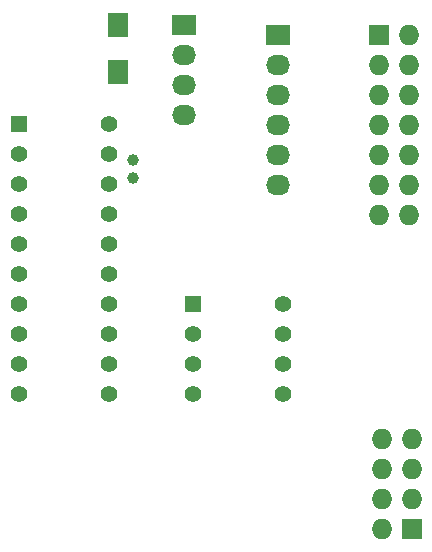
<source format=gbr>
G04 #@! TF.FileFunction,Soldermask,Bot*
%FSLAX46Y46*%
G04 Gerber Fmt 4.6, Leading zero omitted, Abs format (unit mm)*
G04 Created by KiCad (PCBNEW (after 2015-mar-04 BZR unknown)-product) date 10/04/2015 18:40:57*
%MOMM*%
G01*
G04 APERTURE LIST*
%ADD10C,0.100000*%
%ADD11R,1.727200X1.727200*%
%ADD12O,1.727200X1.727200*%
%ADD13R,2.032000X1.727200*%
%ADD14O,2.032000X1.727200*%
%ADD15R,1.700000X2.000000*%
%ADD16R,1.397000X1.397000*%
%ADD17C,1.397000*%
%ADD18C,1.000760*%
G04 APERTURE END LIST*
D10*
D11*
X143764000Y-53721000D03*
D12*
X146304000Y-53721000D03*
X143764000Y-56261000D03*
X146304000Y-56261000D03*
X143764000Y-58801000D03*
X146304000Y-58801000D03*
X143764000Y-61341000D03*
X146304000Y-61341000D03*
X143764000Y-63881000D03*
X146304000Y-63881000D03*
X143764000Y-66421000D03*
X146304000Y-66421000D03*
X143764000Y-68961000D03*
X146304000Y-68961000D03*
D13*
X127254000Y-52832000D03*
D14*
X127254000Y-55372000D03*
X127254000Y-57912000D03*
X127254000Y-60452000D03*
D13*
X135255000Y-53721000D03*
D14*
X135255000Y-56261000D03*
X135255000Y-58801000D03*
X135255000Y-61341000D03*
X135255000Y-63881000D03*
X135255000Y-66421000D03*
D15*
X121666000Y-56864000D03*
X121666000Y-52864000D03*
D16*
X113284000Y-61214000D03*
D17*
X113284000Y-63754000D03*
X113284000Y-66294000D03*
X113284000Y-68834000D03*
X113284000Y-71374000D03*
X113284000Y-73914000D03*
X113284000Y-76454000D03*
X113284000Y-78994000D03*
X113284000Y-81534000D03*
X113284000Y-84074000D03*
X120904000Y-84074000D03*
X120904000Y-81534000D03*
X120904000Y-78994000D03*
X120904000Y-76454000D03*
X120904000Y-73914000D03*
X120904000Y-71374000D03*
X120904000Y-68834000D03*
X120904000Y-66294000D03*
X120904000Y-63754000D03*
X120904000Y-61214000D03*
D11*
X146558000Y-95504000D03*
D12*
X144018000Y-95504000D03*
X146558000Y-92964000D03*
X144018000Y-92964000D03*
X146558000Y-90424000D03*
X144018000Y-90424000D03*
X146558000Y-87884000D03*
X144018000Y-87884000D03*
D16*
X128016000Y-76454000D03*
D17*
X128016000Y-78994000D03*
X128016000Y-81534000D03*
X128016000Y-84074000D03*
X135636000Y-84074000D03*
X135636000Y-81534000D03*
X135636000Y-78994000D03*
X135636000Y-76454000D03*
D18*
X122936000Y-64274700D03*
X122936000Y-65773300D03*
M02*

</source>
